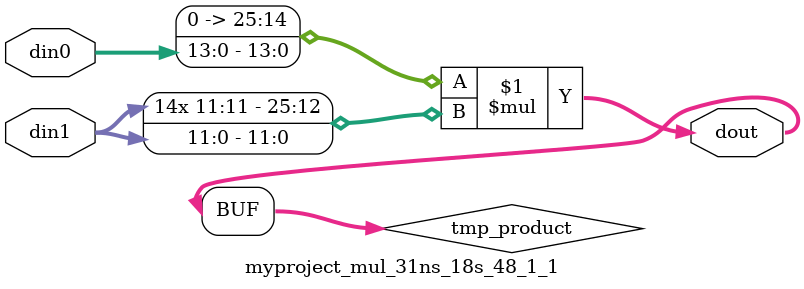
<source format=v>

`timescale 1 ns / 1 ps

  module myproject_mul_31ns_18s_48_1_1(din0, din1, dout);
parameter ID = 1;
parameter NUM_STAGE = 0;
parameter din0_WIDTH = 14;
parameter din1_WIDTH = 12;
parameter dout_WIDTH = 26;

input [din0_WIDTH - 1 : 0] din0; 
input [din1_WIDTH - 1 : 0] din1; 
output [dout_WIDTH - 1 : 0] dout;

wire signed [dout_WIDTH - 1 : 0] tmp_product;











assign tmp_product = $signed({1'b0, din0}) * $signed(din1);










assign dout = tmp_product;







endmodule

</source>
